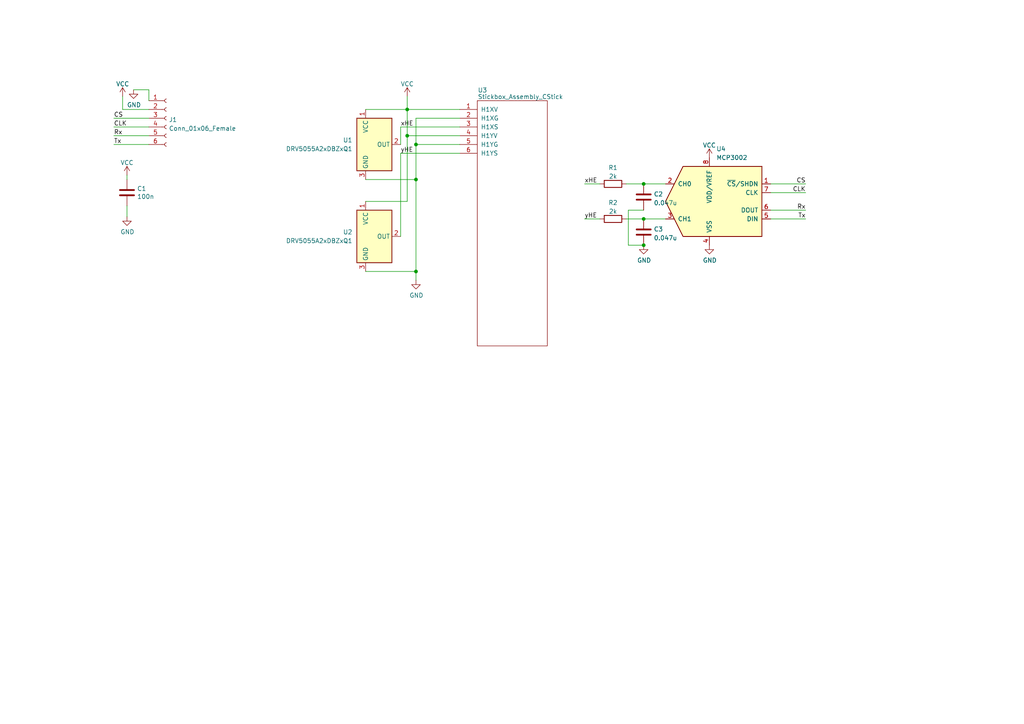
<source format=kicad_sch>
(kicad_sch (version 20211123) (generator eeschema)
  (paper "A4")
  (lib_symbols
    (symbol "Analog_ADC:MCP3002" (pin_names (offset 1.016))
      (property "Reference" "U" (at -6.35 11.43 0))
      (property "Value" "MCP3002" (at 11.43 11.43 0))
      (symbol "MCP3002_0_1"
        (polyline (pts (xy 15.24 10.16) (xy -7.62 10.16) (xy -12.7 0) (xy -7.62 -10.16) (xy 15.24 -10.16) (xy 15.24 10.16)) (stroke (width 0.254)) (fill (type background)))
      )
      (symbol "MCP3002_1_1"
        (pin input line (at 17.78 5.08 180) (length 2.54) (name "~{CS}/SHDN") (number "1"))
        (pin passive line (at -12.7 5.08 0) (length 2.54) (name "CH0") (number "2"))
        (pin passive line (at -12.7 -5.08 0) (length 2.54) (name "CH1") (number "3"))
        (pin power_in line (at 0 -12.7 90) (length 2.54) (name "VSS") (number "4"))
        (pin input line (at 17.78 -5.08 180) (length 2.54) (name "DIN") (number "5"))
        (pin output line (at 17.78 -2.54 180) (length 2.54) (name "DOUT") (number "6"))
        (pin input line (at 17.78 2.54 180) (length 2.54) (name "CLK") (number "7"))
        (pin power_in line (at 0 12.7 270) (length 2.54) (name "VDD/VREF") (number "8"))
      )
    )
    (symbol "Connector:Conn_01x06_Female" (pin_names (offset 1.016) hide)
      (property "Reference" "J" (at 0 7.62 0))
      (property "Value" "Conn_01x06_Female" (at 0 -10.16 0))
      (symbol "Conn_01x06_Female_1_1"
        (arc (start 0 -7.112) (mid -0.508 -7.62) (end 0 -8.128) (stroke (width 0.1524)))
        (arc (start 0 -4.572) (mid -0.508 -5.08) (end 0 -5.588) (stroke (width 0.1524)))
        (arc (start 0 -2.032) (mid -0.508 -2.54) (end 0 -3.048) (stroke (width 0.1524)))
        (polyline (pts (xy -1.27 -7.62) (xy -0.508 -7.62)) (stroke (width 0.1524)))
        (polyline (pts (xy -1.27 -5.08) (xy -0.508 -5.08)) (stroke (width 0.1524)))
        (polyline (pts (xy -1.27 -2.54) (xy -0.508 -2.54)) (stroke (width 0.1524)))
        (polyline (pts (xy -1.27 0) (xy -0.508 0)) (stroke (width 0.1524)))
        (polyline (pts (xy -1.27 2.54) (xy -0.508 2.54)) (stroke (width 0.1524)))
        (polyline (pts (xy -1.27 5.08) (xy -0.508 5.08)) (stroke (width 0.1524)))
        (arc (start 0 0.508) (mid -0.508 0) (end 0 -0.508) (stroke (width 0.1524)))
        (arc (start 0 3.048) (mid -0.508 2.54) (end 0 2.032) (stroke (width 0.1524)))
        (arc (start 0 5.588) (mid -0.508 5.08) (end 0 4.572) (stroke (width 0.1524)))
        (pin passive line (at -5.08 5.08 0) (length 3.81) (name "Pin_1") (number "1"))
        (pin passive line (at -5.08 2.54 0) (length 3.81) (name "Pin_2") (number "2"))
        (pin passive line (at -5.08 0 0) (length 3.81) (name "Pin_3") (number "3"))
        (pin passive line (at -5.08 -2.54 0) (length 3.81) (name "Pin_4") (number "4"))
        (pin passive line (at -5.08 -5.08 0) (length 3.81) (name "Pin_5") (number "5"))
        (pin passive line (at -5.08 -7.62 0) (length 3.81) (name "Pin_6") (number "6"))
      )
    )
    (symbol "Device:C" (pin_numbers hide) (pin_names (offset 0.254))
      (property "Reference" "C" (at 0.635 2.54 0))
      (property "Value" "C" (at 0.635 -2.54 0))
      (symbol "C_0_1"
        (polyline (pts (xy -2.032 -0.762) (xy 2.032 -0.762)) (stroke (width 0.508)))
        (polyline (pts (xy -2.032 0.762) (xy 2.032 0.762)) (stroke (width 0.508)))
      )
      (symbol "C_1_1"
        (pin passive line (at 0 3.81 270) (length 2.794) (name "~") (number "1"))
        (pin passive line (at 0 -3.81 90) (length 2.794) (name "~") (number "2"))
      )
    )
    (symbol "Device:R" (pin_numbers hide) (pin_names (offset 0))
      (property "Reference" "R" (at 2.032 0 90))
      (property "Value" "R" (at 0 0 90))
      (symbol "R_0_1"
        (rectangle (start -1.016 -2.54) (end 1.016 2.54) (stroke (width 0.254)))
      )
      (symbol "R_1_1"
        (pin passive line (at 0 3.81 270) (length 1.27) (name "~") (number "1"))
        (pin passive line (at 0 -3.81 90) (length 1.27) (name "~") (number "2"))
      )
    )
    (symbol "Gamecube MB:Stickbox_Assembly_Hall_Only" (pin_names (offset 1.016))
      (property "Reference" "U5" (at 0.127 3.048 0))
      (property "Value" "Stickbox_Assembly_CStick" (at 0.127 1.143 0))
      (symbol "Stickbox_Assembly_Hall_Only_0_0"
        (pin unspecified line (at -5.08 -2.54 0) (length 5.08) (name "H1XV") (number "1"))
        (pin unspecified line (at -5.08 -5.08 0) (length 5.08) (name "H1XG") (number "2"))
        (pin unspecified line (at -5.08 -7.62 0) (length 5.08) (name "H1XS") (number "3"))
        (pin unspecified line (at -5.08 -10.16 0) (length 5.08) (name "H1YV") (number "4"))
        (pin unspecified line (at -5.08 -12.7 0) (length 5.08) (name "H1YG") (number "5"))
        (pin unspecified line (at -5.08 -15.24 0) (length 5.08) (name "H1YS") (number "6"))
      )
      (symbol "Stickbox_Assembly_Hall_Only_0_1"
        (rectangle (start 0 0) (end 20.32 -71.12))
      )
    )
    (symbol "Sensor_Magnetic:DRV5055A2xDBZxQ1"
      (property "Reference" "U" (at 2.54 12.7 0))
      (property "Value" "DRV5055A2xDBZxQ1" (at 2.54 10.16 0))
      (symbol "DRV5055A2xDBZxQ1_1_1"
        (rectangle (start -5.08 7.62) (end 5.08 -7.62) (stroke (width 0.254)) (fill (type background)))
        (pin power_in line (at -2.54 10.16 270) (length 2.54) (name "VCC") (number "1"))
        (pin output line (at 7.62 0 180) (length 2.54) (name "OUT") (number "2"))
        (pin power_in line (at -2.54 -10.16 90) (length 2.54) (name "GND") (number "3"))
      )
    )
    (symbol "power:GND" (power) (pin_names (offset 0))
      (property "Value" "GND" (at 0 -3.81 0))
      (symbol "GND_0_1"
        (polyline (pts (xy 0 0) (xy 0 -1.27) (xy 1.27 -1.27) (xy 0 -2.54) (xy -1.27 -1.27) (xy 0 -1.27)))
      )
      (symbol "GND_1_1"
        (pin power_in line (at 0 0 270) (length 0) hide (name "GND") (number "1"))
      )
    )
    (symbol "power:VCC" (power) (pin_names (offset 0))
      (property "Value" "VCC" (at 0 3.81 0))
      (symbol "VCC_0_1"
        (polyline (pts (xy -0.762 1.27) (xy 0 2.54)))
        (polyline (pts (xy 0 0) (xy 0 2.54)))
        (polyline (pts (xy 0 2.54) (xy 0.762 1.27)))
      )
      (symbol "VCC_1_1"
        (pin power_in line (at 0 0 90) (length 0) hide (name "VCC") (number "1"))
      )
    )
  )
  (junction (at 118.11 31.75))
  (junction (at 186.69 63.5))
  (junction (at 120.65 52.07))
  (junction (at 120.65 78.74))
  (junction (at 120.65 41.91))
  (junction (at 118.11 39.37))
  (junction (at 186.69 71.12))
  (junction (at 186.69 53.34))
  (wire (pts (xy 33.02 36.83) (xy 43.18 36.83)))
  (wire (pts (xy 133.35 31.75) (xy 118.11 31.75)))
  (wire (pts (xy 223.52 53.34) (xy 233.68 53.34)))
  (wire (pts (xy 186.69 63.5) (xy 193.04 63.5)))
  (wire (pts (xy 181.61 53.34) (xy 186.69 53.34)))
  (wire (pts (xy 118.11 31.75) (xy 106.045 31.75)))
  (wire (pts (xy 35.56 27.94) (xy 35.56 31.75)))
  (wire (pts (xy 169.545 63.5) (xy 173.99 63.5)))
  (wire (pts (xy 120.65 78.74) (xy 120.65 81.28)))
  (wire (pts (xy 43.18 26.035) (xy 43.18 29.21)))
  (wire (pts (xy 181.61 63.5) (xy 186.69 63.5)))
  (wire (pts (xy 38.735 26.035) (xy 43.18 26.035)))
  (wire (pts (xy 120.65 41.91) (xy 120.65 34.29)))
  (wire (pts (xy 33.02 41.91) (xy 43.18 41.91)))
  (wire (pts (xy 186.69 53.34) (xy 193.04 53.34)))
  (wire (pts (xy 120.65 52.07) (xy 120.65 78.74)))
  (wire (pts (xy 118.11 31.75) (xy 118.11 39.37)))
  (wire (pts (xy 120.65 41.91) (xy 133.35 41.91)))
  (wire (pts (xy 106.045 52.07) (xy 120.65 52.07)))
  (wire (pts (xy 36.83 59.69) (xy 36.83 62.865)))
  (wire (pts (xy 43.18 39.37) (xy 33.02 39.37)))
  (wire (pts (xy 116.205 36.83) (xy 116.205 41.91)))
  (wire (pts (xy 186.69 60.96) (xy 182.245 60.96)))
  (wire (pts (xy 43.18 34.29) (xy 33.02 34.29)))
  (wire (pts (xy 36.83 52.07) (xy 36.83 50.8)))
  (wire (pts (xy 106.045 78.74) (xy 120.65 78.74)))
  (wire (pts (xy 233.68 55.88) (xy 223.52 55.88)))
  (wire (pts (xy 120.65 41.91) (xy 120.65 52.07)))
  (wire (pts (xy 233.68 63.5) (xy 223.52 63.5)))
  (wire (pts (xy 169.545 53.34) (xy 173.99 53.34)))
  (wire (pts (xy 118.11 39.37) (xy 118.11 58.42)))
  (wire (pts (xy 133.35 39.37) (xy 118.11 39.37)))
  (wire (pts (xy 116.205 44.45) (xy 133.35 44.45)))
  (wire (pts (xy 35.56 31.75) (xy 43.18 31.75)))
  (wire (pts (xy 182.245 60.96) (xy 182.245 71.12)))
  (wire (pts (xy 118.11 58.42) (xy 106.045 58.42)))
  (wire (pts (xy 118.11 27.94) (xy 118.11 31.75)))
  (wire (pts (xy 120.65 34.29) (xy 133.35 34.29)))
  (wire (pts (xy 116.205 36.83) (xy 133.35 36.83)))
  (wire (pts (xy 223.52 60.96) (xy 233.68 60.96)))
  (wire (pts (xy 116.205 44.45) (xy 116.205 68.58)))
  (wire (pts (xy 182.245 71.12) (xy 186.69 71.12)))
  (label "CLK" (at 33.02 36.83 0))
  (label "Rx" (at 33.02 39.37 0))
  (label "Rx" (at 233.68 60.96 180))
  (label "xHE" (at 116.205 36.83 0))
  (label "Tx" (at 233.68 63.5 180))
  (label "yHE" (at 116.205 44.45 0))
  (label "CS" (at 33.02 34.29 0))
  (label "yHE" (at 169.545 63.5 0))
  (label "CLK" (at 233.68 55.88 180))
  (label "CS" (at 233.68 53.34 180))
  (label "Tx" (at 33.02 41.91 0))
  (label "xHE" (at 169.545 53.34 0))
  (symbol (lib_id "power:GND") (at 120.65 81.28 0) (unit 1)
    (property "Reference" "#PWR06" (effects hide))
    (property "Value" "GND" (at 120.777 85.6742 0))
  )
  (symbol (lib_id "Device:R") (at 177.8 53.34 90) (unit 1)
    (property "Reference" "R1" (at 177.8 48.6242 90))
    (property "Value" "2k" (at 177.8 51.1611 90))
    (property "Footprint" "Resistor_SMD:R_0805_2012Metric_Pad1.20x1.40mm_HandSolder" (effects hide))
  )
  (symbol (lib_id "Sensor_Magnetic:DRV5055A2xDBZxQ1") (at 108.585 41.91 0) (unit 1)
    (property "Reference" "U1" (at 102.235 40.6399 0) (effects (justify right)))
    (property "Value" "DRV5055A2xDBZxQ1" (at 102.235 43.1799 0) (effects (justify right)))
    (property "Footprint" "PhobGCC_2_0_0_footprints:SOT-23" (effects hide))
    (property "Datasheet" "https://www.ti.com/lit/ds/symlink/drv5055-q1.pdf" (effects hide))
  )
  (symbol (lib_id "Device:R") (at 177.8 63.5 90) (unit 1)
    (property "Reference" "R2" (at 177.8 58.7842 90))
    (property "Value" "2k" (at 177.8 61.3211 90))
    (property "Footprint" "Resistor_SMD:R_0805_2012Metric_Pad1.20x1.40mm_HandSolder" (effects hide))
  )
  (symbol (lib_id "Analog_ADC:MCP3002") (at 205.74 58.42 0) (unit 1)
    (property "Reference" "U4" (at 207.7594 43.18 0) (effects (justify left)))
    (property "Value" "MCP3002" (at 207.7594 45.72 0) (effects (justify left)))
    (property "Footprint" "PhobGCC_2_0_0_footprints:SOIC-8_3.9x4.9mm_P1.27mm" (effects hide))
    (property "Datasheet" "http://ww1.microchip.com/downloads/en/DeviceDoc/21294E.pdf" (effects hide))
  )
  (symbol (lib_id "Device:C") (at 36.83 55.88 0) (unit 1)
    (property "Reference" "C1" (at 39.751 54.7116 0) (effects (justify left)))
    (property "Value" "100n" (at 39.751 57.023 0) (effects (justify left)))
    (property "Footprint" "Capacitor_SMD:C_0805_2012Metric_Pad1.18x1.45mm_HandSolder" (effects hide))
  )
  (symbol (lib_id "Connector:Conn_01x06_Female") (at 48.26 34.29 0) (unit 1)
    (property "Reference" "J1" (at 48.9712 34.7253 0) (effects (justify left)))
    (property "Value" "Conn_01x06_Female" (at 48.9712 37.2622 0) (effects (justify left)))
    (property "Footprint" "PhobGCC_2_0_0_footprints:GCC_Header_Straight_1x06_Pitch2.00mm" (effects hide))
  )
  (symbol (lib_id "power:VCC") (at 35.56 27.94 0) (unit 1)
    (property "Reference" "#PWR01" (effects hide))
    (property "Value" "VCC" (at 35.56 24.3642 0))
  )
  (symbol (lib_id "Device:C") (at 186.69 57.15 0) (unit 1)
    (property "Reference" "C2" (at 189.611 56.3153 0) (effects (justify left)))
    (property "Value" "0.047u" (at 189.611 58.8522 0) (effects (justify left)))
    (property "Footprint" "Capacitor_SMD:C_0805_2012Metric_Pad1.18x1.45mm_HandSolder" (effects hide))
  )
  (symbol (lib_id "power:VCC") (at 205.74 45.72 0) (unit 1)
    (property "Reference" "#PWR08" (effects hide))
    (property "Value" "VCC" (at 205.74 42.1442 0))
  )
  (symbol (lib_id "power:VCC") (at 36.83 50.8 0) (unit 1)
    (property "Reference" "#PWR02" (effects hide))
    (property "Value" "VCC" (at 36.83 47.1955 0))
  )
  (symbol (lib_id "power:GND") (at 38.735 26.035 0) (unit 1)
    (property "Reference" "#PWR04" (effects hide))
    (property "Value" "GND" (at 38.862 30.4292 0))
  )
  (symbol (lib_id "Sensor_Magnetic:DRV5055A2xDBZxQ1") (at 108.585 68.58 0) (unit 1)
    (property "Reference" "U2" (at 102.235 67.3099 0) (effects (justify right)))
    (property "Value" "DRV5055A2xDBZxQ1" (at 102.235 69.8499 0) (effects (justify right)))
    (property "Footprint" "PhobGCC_2_0_0_footprints:SOT-23" (effects hide))
    (property "Datasheet" "https://www.ti.com/lit/ds/symlink/drv5055-q1.pdf" (effects hide))
  )
  (symbol (lib_id "Device:C") (at 186.69 67.31 0) (unit 1)
    (property "Reference" "C3" (at 189.611 66.4753 0) (effects (justify left)))
    (property "Value" "0.047u" (at 189.611 69.0122 0) (effects (justify left)))
    (property "Footprint" "Capacitor_SMD:C_0805_2012Metric_Pad1.18x1.45mm_HandSolder" (effects hide))
  )
  (symbol (lib_id "power:GND") (at 186.69 71.12 0) (unit 1)
    (property "Reference" "#PWR07" (effects hide))
    (property "Value" "GND" (at 186.817 75.5142 0))
  )
  (symbol (lib_id "power:GND") (at 205.74 71.12 0) (unit 1)
    (property "Reference" "#PWR09" (effects hide))
    (property "Value" "GND" (at 205.867 75.5142 0))
  )
  (symbol (lib_id "power:VCC") (at 118.11 27.94 0) (unit 1)
    (property "Reference" "#PWR05" (effects hide))
    (property "Value" "VCC" (at 118.11 24.3642 0))
  )
  (symbol (lib_id "power:GND") (at 36.83 62.865 0) (unit 1)
    (property "Reference" "#PWR03" (effects hide))
    (property "Value" "GND" (at 36.957 67.2592 0))
  )
  (symbol (lib_id "Gamecube MB:Stickbox_Assembly_Hall_Only") (at 138.43 29.21 0) (unit 1)
    (property "Reference" "U3" (at 138.557 26.162 0) (effects (justify left)))
    (property "Value" "Stickbox_Assembly_CStick" (at 138.557 28.067 0) (effects (justify left)))
    (property "Footprint" "PhobGCC_2_0_0_footprints:GCC_Stickbox_Hall_Only_Straps" (effects hide))
  )
)
</source>
